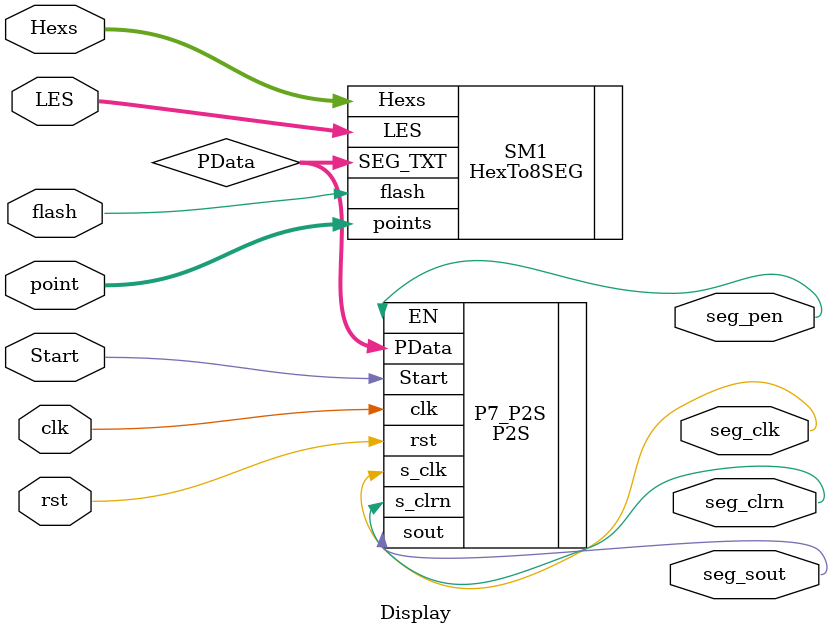
<source format=v>
`timescale 1ns / 1ps

module Display(input wire clk,
					input wire rst,
					input wire Start,
					input wire flash,
					input wire [31:0]Hexs,
					input wire [7:0]point,
					input wire [7:0]LES,
					output wire seg_clk,
					output wire seg_sout,
					output wire seg_pen,
					output wire seg_clrn);
					
	wire [63:0] PData;
	wire [63:0] SM3_Din;
			
	HexTo8SEG SM1(.flash(flash), .Hexs(Hexs), .points(point),
					  .LES(LES), .SEG_TXT(PData));
	
	P2S #(.DATA_BITS(64), .DATA_COUNT_BITS(4))
		P7_P2S (.clk(clk), .rst(rst), .Start(Start), 
				 .PData(PData), .s_clk(seg_clk), .s_clrn(seg_clrn), 
				 .sout(seg_sout), .EN(seg_pen));


endmodule

</source>
